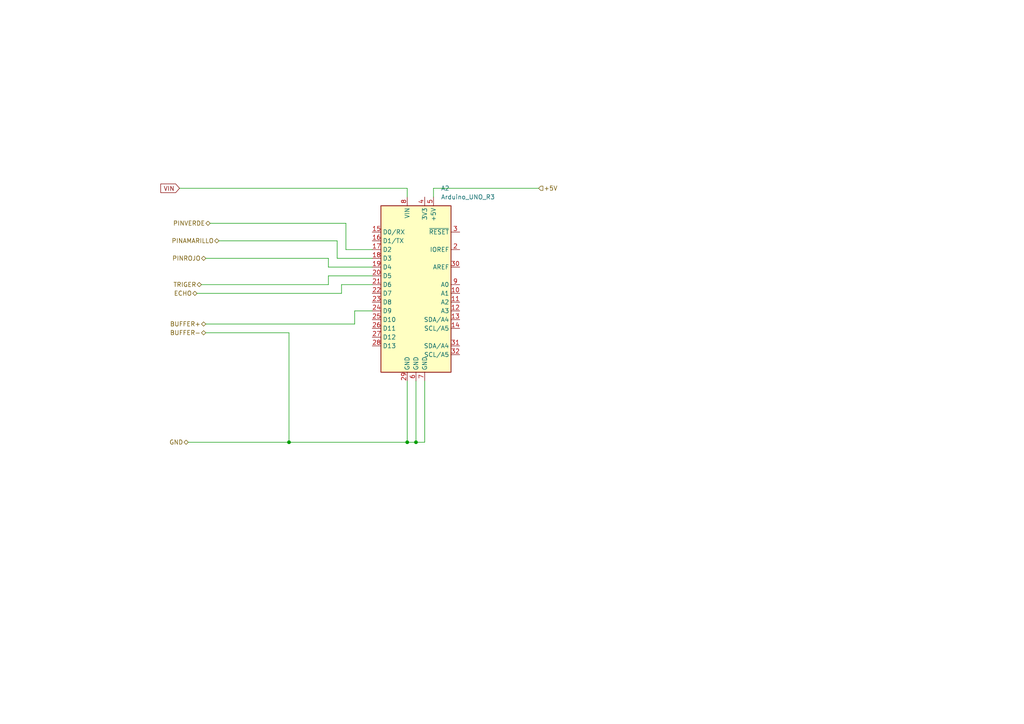
<source format=kicad_sch>
(kicad_sch
	(version 20250114)
	(generator "eeschema")
	(generator_version "9.0")
	(uuid "82ee8b4f-40d8-4d72-9b6b-631ebadad176")
	(paper "A4")
	(lib_symbols
		(symbol "MCU_Module:Arduino_UNO_R3"
			(exclude_from_sim no)
			(in_bom yes)
			(on_board yes)
			(property "Reference" "A"
				(at -10.16 23.495 0)
				(effects
					(font
						(size 1.27 1.27)
					)
					(justify left bottom)
				)
			)
			(property "Value" "Arduino_UNO_R3"
				(at 5.08 -26.67 0)
				(effects
					(font
						(size 1.27 1.27)
					)
					(justify left top)
				)
			)
			(property "Footprint" "Module:Arduino_UNO_R3"
				(at 0 0 0)
				(effects
					(font
						(size 1.27 1.27)
						(italic yes)
					)
					(hide yes)
				)
			)
			(property "Datasheet" "https://www.arduino.cc/en/Main/arduinoBoardUno"
				(at 0 0 0)
				(effects
					(font
						(size 1.27 1.27)
					)
					(hide yes)
				)
			)
			(property "Description" "Arduino UNO Microcontroller Module, release 3"
				(at 0 0 0)
				(effects
					(font
						(size 1.27 1.27)
					)
					(hide yes)
				)
			)
			(property "ki_keywords" "Arduino UNO R3 Microcontroller Module Atmel AVR USB"
				(at 0 0 0)
				(effects
					(font
						(size 1.27 1.27)
					)
					(hide yes)
				)
			)
			(property "ki_fp_filters" "Arduino*UNO*R3*"
				(at 0 0 0)
				(effects
					(font
						(size 1.27 1.27)
					)
					(hide yes)
				)
			)
			(symbol "Arduino_UNO_R3_0_1"
				(rectangle
					(start -10.16 22.86)
					(end 10.16 -25.4)
					(stroke
						(width 0.254)
						(type default)
					)
					(fill
						(type background)
					)
				)
			)
			(symbol "Arduino_UNO_R3_1_1"
				(pin bidirectional line
					(at -12.7 15.24 0)
					(length 2.54)
					(name "D0/RX"
						(effects
							(font
								(size 1.27 1.27)
							)
						)
					)
					(number "15"
						(effects
							(font
								(size 1.27 1.27)
							)
						)
					)
				)
				(pin bidirectional line
					(at -12.7 12.7 0)
					(length 2.54)
					(name "D1/TX"
						(effects
							(font
								(size 1.27 1.27)
							)
						)
					)
					(number "16"
						(effects
							(font
								(size 1.27 1.27)
							)
						)
					)
				)
				(pin bidirectional line
					(at -12.7 10.16 0)
					(length 2.54)
					(name "D2"
						(effects
							(font
								(size 1.27 1.27)
							)
						)
					)
					(number "17"
						(effects
							(font
								(size 1.27 1.27)
							)
						)
					)
				)
				(pin bidirectional line
					(at -12.7 7.62 0)
					(length 2.54)
					(name "D3"
						(effects
							(font
								(size 1.27 1.27)
							)
						)
					)
					(number "18"
						(effects
							(font
								(size 1.27 1.27)
							)
						)
					)
				)
				(pin bidirectional line
					(at -12.7 5.08 0)
					(length 2.54)
					(name "D4"
						(effects
							(font
								(size 1.27 1.27)
							)
						)
					)
					(number "19"
						(effects
							(font
								(size 1.27 1.27)
							)
						)
					)
				)
				(pin bidirectional line
					(at -12.7 2.54 0)
					(length 2.54)
					(name "D5"
						(effects
							(font
								(size 1.27 1.27)
							)
						)
					)
					(number "20"
						(effects
							(font
								(size 1.27 1.27)
							)
						)
					)
				)
				(pin bidirectional line
					(at -12.7 0 0)
					(length 2.54)
					(name "D6"
						(effects
							(font
								(size 1.27 1.27)
							)
						)
					)
					(number "21"
						(effects
							(font
								(size 1.27 1.27)
							)
						)
					)
				)
				(pin bidirectional line
					(at -12.7 -2.54 0)
					(length 2.54)
					(name "D7"
						(effects
							(font
								(size 1.27 1.27)
							)
						)
					)
					(number "22"
						(effects
							(font
								(size 1.27 1.27)
							)
						)
					)
				)
				(pin bidirectional line
					(at -12.7 -5.08 0)
					(length 2.54)
					(name "D8"
						(effects
							(font
								(size 1.27 1.27)
							)
						)
					)
					(number "23"
						(effects
							(font
								(size 1.27 1.27)
							)
						)
					)
				)
				(pin bidirectional line
					(at -12.7 -7.62 0)
					(length 2.54)
					(name "D9"
						(effects
							(font
								(size 1.27 1.27)
							)
						)
					)
					(number "24"
						(effects
							(font
								(size 1.27 1.27)
							)
						)
					)
				)
				(pin bidirectional line
					(at -12.7 -10.16 0)
					(length 2.54)
					(name "D10"
						(effects
							(font
								(size 1.27 1.27)
							)
						)
					)
					(number "25"
						(effects
							(font
								(size 1.27 1.27)
							)
						)
					)
				)
				(pin bidirectional line
					(at -12.7 -12.7 0)
					(length 2.54)
					(name "D11"
						(effects
							(font
								(size 1.27 1.27)
							)
						)
					)
					(number "26"
						(effects
							(font
								(size 1.27 1.27)
							)
						)
					)
				)
				(pin bidirectional line
					(at -12.7 -15.24 0)
					(length 2.54)
					(name "D12"
						(effects
							(font
								(size 1.27 1.27)
							)
						)
					)
					(number "27"
						(effects
							(font
								(size 1.27 1.27)
							)
						)
					)
				)
				(pin bidirectional line
					(at -12.7 -17.78 0)
					(length 2.54)
					(name "D13"
						(effects
							(font
								(size 1.27 1.27)
							)
						)
					)
					(number "28"
						(effects
							(font
								(size 1.27 1.27)
							)
						)
					)
				)
				(pin no_connect line
					(at -10.16 -20.32 0)
					(length 2.54)
					(hide yes)
					(name "NC"
						(effects
							(font
								(size 1.27 1.27)
							)
						)
					)
					(number "1"
						(effects
							(font
								(size 1.27 1.27)
							)
						)
					)
				)
				(pin power_in line
					(at -2.54 25.4 270)
					(length 2.54)
					(name "VIN"
						(effects
							(font
								(size 1.27 1.27)
							)
						)
					)
					(number "8"
						(effects
							(font
								(size 1.27 1.27)
							)
						)
					)
				)
				(pin power_in line
					(at -2.54 -27.94 90)
					(length 2.54)
					(name "GND"
						(effects
							(font
								(size 1.27 1.27)
							)
						)
					)
					(number "29"
						(effects
							(font
								(size 1.27 1.27)
							)
						)
					)
				)
				(pin power_in line
					(at 0 -27.94 90)
					(length 2.54)
					(name "GND"
						(effects
							(font
								(size 1.27 1.27)
							)
						)
					)
					(number "6"
						(effects
							(font
								(size 1.27 1.27)
							)
						)
					)
				)
				(pin power_out line
					(at 2.54 25.4 270)
					(length 2.54)
					(name "3V3"
						(effects
							(font
								(size 1.27 1.27)
							)
						)
					)
					(number "4"
						(effects
							(font
								(size 1.27 1.27)
							)
						)
					)
				)
				(pin power_in line
					(at 2.54 -27.94 90)
					(length 2.54)
					(name "GND"
						(effects
							(font
								(size 1.27 1.27)
							)
						)
					)
					(number "7"
						(effects
							(font
								(size 1.27 1.27)
							)
						)
					)
				)
				(pin power_out line
					(at 5.08 25.4 270)
					(length 2.54)
					(name "+5V"
						(effects
							(font
								(size 1.27 1.27)
							)
						)
					)
					(number "5"
						(effects
							(font
								(size 1.27 1.27)
							)
						)
					)
				)
				(pin input line
					(at 12.7 15.24 180)
					(length 2.54)
					(name "~{RESET}"
						(effects
							(font
								(size 1.27 1.27)
							)
						)
					)
					(number "3"
						(effects
							(font
								(size 1.27 1.27)
							)
						)
					)
				)
				(pin output line
					(at 12.7 10.16 180)
					(length 2.54)
					(name "IOREF"
						(effects
							(font
								(size 1.27 1.27)
							)
						)
					)
					(number "2"
						(effects
							(font
								(size 1.27 1.27)
							)
						)
					)
				)
				(pin input line
					(at 12.7 5.08 180)
					(length 2.54)
					(name "AREF"
						(effects
							(font
								(size 1.27 1.27)
							)
						)
					)
					(number "30"
						(effects
							(font
								(size 1.27 1.27)
							)
						)
					)
				)
				(pin bidirectional line
					(at 12.7 0 180)
					(length 2.54)
					(name "A0"
						(effects
							(font
								(size 1.27 1.27)
							)
						)
					)
					(number "9"
						(effects
							(font
								(size 1.27 1.27)
							)
						)
					)
				)
				(pin bidirectional line
					(at 12.7 -2.54 180)
					(length 2.54)
					(name "A1"
						(effects
							(font
								(size 1.27 1.27)
							)
						)
					)
					(number "10"
						(effects
							(font
								(size 1.27 1.27)
							)
						)
					)
				)
				(pin bidirectional line
					(at 12.7 -5.08 180)
					(length 2.54)
					(name "A2"
						(effects
							(font
								(size 1.27 1.27)
							)
						)
					)
					(number "11"
						(effects
							(font
								(size 1.27 1.27)
							)
						)
					)
				)
				(pin bidirectional line
					(at 12.7 -7.62 180)
					(length 2.54)
					(name "A3"
						(effects
							(font
								(size 1.27 1.27)
							)
						)
					)
					(number "12"
						(effects
							(font
								(size 1.27 1.27)
							)
						)
					)
				)
				(pin bidirectional line
					(at 12.7 -10.16 180)
					(length 2.54)
					(name "SDA/A4"
						(effects
							(font
								(size 1.27 1.27)
							)
						)
					)
					(number "13"
						(effects
							(font
								(size 1.27 1.27)
							)
						)
					)
				)
				(pin bidirectional line
					(at 12.7 -12.7 180)
					(length 2.54)
					(name "SCL/A5"
						(effects
							(font
								(size 1.27 1.27)
							)
						)
					)
					(number "14"
						(effects
							(font
								(size 1.27 1.27)
							)
						)
					)
				)
				(pin bidirectional line
					(at 12.7 -17.78 180)
					(length 2.54)
					(name "SDA/A4"
						(effects
							(font
								(size 1.27 1.27)
							)
						)
					)
					(number "31"
						(effects
							(font
								(size 1.27 1.27)
							)
						)
					)
				)
				(pin bidirectional line
					(at 12.7 -20.32 180)
					(length 2.54)
					(name "SCL/A5"
						(effects
							(font
								(size 1.27 1.27)
							)
						)
					)
					(number "32"
						(effects
							(font
								(size 1.27 1.27)
							)
						)
					)
				)
			)
			(embedded_fonts no)
		)
	)
	(junction
		(at 83.82 128.27)
		(diameter 0)
		(color 0 0 0 0)
		(uuid "2b311f6e-8027-4afe-971a-f0ddec6c8edb")
	)
	(junction
		(at 118.11 128.27)
		(diameter 0)
		(color 0 0 0 0)
		(uuid "c31a182c-1b58-46f5-8a98-eed97df8de5b")
	)
	(junction
		(at 120.65 128.27)
		(diameter 0)
		(color 0 0 0 0)
		(uuid "f30532a4-839b-47ad-a14e-bc57ea7ca3f3")
	)
	(wire
		(pts
			(xy 118.11 110.49) (xy 118.11 128.27)
		)
		(stroke
			(width 0)
			(type default)
		)
		(uuid "14e95fdd-b468-4101-b089-4643212a3e50")
	)
	(wire
		(pts
			(xy 59.69 93.98) (xy 102.87 93.98)
		)
		(stroke
			(width 0)
			(type default)
		)
		(uuid "1e359232-e5f3-4484-9a55-c18dff200f13")
	)
	(wire
		(pts
			(xy 83.82 96.52) (xy 83.82 128.27)
		)
		(stroke
			(width 0)
			(type default)
		)
		(uuid "24fd7af7-0f31-4868-aa54-48827033b177")
	)
	(wire
		(pts
			(xy 97.79 74.93) (xy 107.95 74.93)
		)
		(stroke
			(width 0)
			(type default)
		)
		(uuid "49469808-b874-4738-a351-4a06293afee2")
	)
	(wire
		(pts
			(xy 95.25 74.93) (xy 95.25 77.47)
		)
		(stroke
			(width 0)
			(type default)
		)
		(uuid "4c82a02d-0333-4c54-9be2-7a8c69b9d285")
	)
	(wire
		(pts
			(xy 60.96 64.77) (xy 100.33 64.77)
		)
		(stroke
			(width 0)
			(type default)
		)
		(uuid "642ab0a2-1839-42b3-b312-8588961e3c83")
	)
	(wire
		(pts
			(xy 59.69 96.52) (xy 83.82 96.52)
		)
		(stroke
			(width 0)
			(type default)
		)
		(uuid "6a1d584b-ca30-43e1-8e7b-e5563ab84d97")
	)
	(wire
		(pts
			(xy 118.11 128.27) (xy 120.65 128.27)
		)
		(stroke
			(width 0)
			(type default)
		)
		(uuid "6c95d040-4e2d-4d74-8c55-7e0f777dfc06")
	)
	(wire
		(pts
			(xy 59.69 74.93) (xy 95.25 74.93)
		)
		(stroke
			(width 0)
			(type default)
		)
		(uuid "6e3f0bd8-2ade-4784-9c6e-e64385583321")
	)
	(wire
		(pts
			(xy 102.87 90.17) (xy 107.95 90.17)
		)
		(stroke
			(width 0)
			(type default)
		)
		(uuid "7177681a-ef22-4e8c-b6fd-c5f872c78066")
	)
	(wire
		(pts
			(xy 95.25 77.47) (xy 107.95 77.47)
		)
		(stroke
			(width 0)
			(type default)
		)
		(uuid "76385a2e-21a2-4156-8e87-de00f1117580")
	)
	(wire
		(pts
			(xy 123.19 128.27) (xy 123.19 110.49)
		)
		(stroke
			(width 0)
			(type default)
		)
		(uuid "7a9ea7c4-efdf-4497-9001-76f04bc93e43")
	)
	(wire
		(pts
			(xy 83.82 128.27) (xy 118.11 128.27)
		)
		(stroke
			(width 0)
			(type default)
		)
		(uuid "7be2102f-6113-42ec-904b-99a89239877d")
	)
	(wire
		(pts
			(xy 99.06 85.09) (xy 99.06 82.55)
		)
		(stroke
			(width 0)
			(type default)
		)
		(uuid "7c51db8c-91f0-4fb2-b41d-0056d60e1bf5")
	)
	(wire
		(pts
			(xy 54.61 128.27) (xy 83.82 128.27)
		)
		(stroke
			(width 0)
			(type default)
		)
		(uuid "803925bf-ad51-4561-bbbe-c8d895e3b6a5")
	)
	(wire
		(pts
			(xy 97.79 69.85) (xy 97.79 74.93)
		)
		(stroke
			(width 0)
			(type default)
		)
		(uuid "80f8723e-a2f9-46dd-9424-72de1876b994")
	)
	(wire
		(pts
			(xy 63.5 69.85) (xy 97.79 69.85)
		)
		(stroke
			(width 0)
			(type default)
		)
		(uuid "82fdaf9e-d0dd-475b-b9d8-75265158e1e2")
	)
	(wire
		(pts
			(xy 57.15 85.09) (xy 99.06 85.09)
		)
		(stroke
			(width 0)
			(type default)
		)
		(uuid "8440f570-290c-4d68-b137-18babbdf42a9")
	)
	(wire
		(pts
			(xy 118.11 54.61) (xy 118.11 57.15)
		)
		(stroke
			(width 0)
			(type default)
		)
		(uuid "8745b166-615b-43cb-b15b-36a88aac54c8")
	)
	(wire
		(pts
			(xy 58.42 82.55) (xy 95.25 82.55)
		)
		(stroke
			(width 0)
			(type default)
		)
		(uuid "92c0ed9c-f598-458d-af53-0fb44641cdc7")
	)
	(wire
		(pts
			(xy 95.25 80.01) (xy 107.95 80.01)
		)
		(stroke
			(width 0)
			(type default)
		)
		(uuid "9e079429-1d69-4e34-8421-afdf5ed52dc8")
	)
	(wire
		(pts
			(xy 95.25 82.55) (xy 95.25 80.01)
		)
		(stroke
			(width 0)
			(type default)
		)
		(uuid "a05532c5-508d-4d62-8487-1427b8b4163e")
	)
	(wire
		(pts
			(xy 120.65 110.49) (xy 120.65 128.27)
		)
		(stroke
			(width 0)
			(type default)
		)
		(uuid "a14ef03b-42bb-4fcf-b57f-a532e06c04c1")
	)
	(wire
		(pts
			(xy 100.33 64.77) (xy 100.33 72.39)
		)
		(stroke
			(width 0)
			(type default)
		)
		(uuid "aff811c6-8db3-4b63-82a9-1b78b4e05c95")
	)
	(wire
		(pts
			(xy 99.06 82.55) (xy 107.95 82.55)
		)
		(stroke
			(width 0)
			(type default)
		)
		(uuid "b00c9163-f85f-4af6-836e-1e437c14d559")
	)
	(wire
		(pts
			(xy 52.07 54.61) (xy 118.11 54.61)
		)
		(stroke
			(width 0)
			(type default)
		)
		(uuid "d2ac1c70-c754-45e4-a342-6e0aa00d51aa")
	)
	(wire
		(pts
			(xy 120.65 128.27) (xy 123.19 128.27)
		)
		(stroke
			(width 0)
			(type default)
		)
		(uuid "e15a04c5-5644-4322-855c-26ce9248a696")
	)
	(wire
		(pts
			(xy 125.73 57.15) (xy 125.73 54.61)
		)
		(stroke
			(width 0)
			(type default)
		)
		(uuid "e33e1465-e626-48db-ac6e-1dfac909de38")
	)
	(wire
		(pts
			(xy 102.87 93.98) (xy 102.87 90.17)
		)
		(stroke
			(width 0)
			(type default)
		)
		(uuid "eafa92b9-acd4-403f-aae2-c2f12a8f84a0")
	)
	(wire
		(pts
			(xy 125.73 54.61) (xy 156.21 54.61)
		)
		(stroke
			(width 0)
			(type default)
		)
		(uuid "fbd4c329-4472-4f27-9e97-8bae3abeb810")
	)
	(wire
		(pts
			(xy 100.33 72.39) (xy 107.95 72.39)
		)
		(stroke
			(width 0)
			(type default)
		)
		(uuid "fde6b487-af6c-483e-bc81-068ac854f498")
	)
	(global_label "VIN"
		(shape input)
		(at 52.07 54.61 180)
		(fields_autoplaced yes)
		(effects
			(font
				(size 1.27 1.27)
			)
			(justify right)
		)
		(uuid "2e564719-dbe6-4feb-9979-b7e78ed6d731")
		(property "Intersheetrefs" "${INTERSHEET_REFS}"
			(at 46.0609 54.61 0)
			(effects
				(font
					(size 1.27 1.27)
				)
				(justify right)
				(hide yes)
			)
		)
	)
	(hierarchical_label "ECHO"
		(shape bidirectional)
		(at 57.15 85.09 180)
		(effects
			(font
				(size 1.27 1.27)
			)
			(justify right)
		)
		(uuid "1e4c8f96-12bc-46ce-bb18-ff373365aa4c")
	)
	(hierarchical_label "GND"
		(shape bidirectional)
		(at 54.61 128.27 180)
		(effects
			(font
				(size 1.27 1.27)
			)
			(justify right)
		)
		(uuid "353a37df-2217-4cda-85dc-0bfa46924b6b")
	)
	(hierarchical_label "TRIGER"
		(shape bidirectional)
		(at 58.42 82.55 180)
		(effects
			(font
				(size 1.27 1.27)
			)
			(justify right)
		)
		(uuid "3dc46ec9-a7fd-423e-8a6a-be3c405e9b37")
	)
	(hierarchical_label "BUFFER+"
		(shape bidirectional)
		(at 59.69 93.98 180)
		(effects
			(font
				(size 1.27 1.27)
			)
			(justify right)
		)
		(uuid "48768f04-156b-4484-aaec-fd05a3ec4f67")
	)
	(hierarchical_label "PINVERDE"
		(shape bidirectional)
		(at 60.96 64.77 180)
		(effects
			(font
				(size 1.27 1.27)
			)
			(justify right)
		)
		(uuid "4febb503-61c6-4651-9d51-24713d4f2e87")
	)
	(hierarchical_label "PINROJO"
		(shape bidirectional)
		(at 59.69 74.93 180)
		(effects
			(font
				(size 1.27 1.27)
			)
			(justify right)
		)
		(uuid "717996ba-b71b-4fcb-803e-a7b419c39325")
	)
	(hierarchical_label "+5V"
		(shape input)
		(at 156.21 54.61 0)
		(effects
			(font
				(size 1.27 1.27)
			)
			(justify left)
		)
		(uuid "894b81e5-2304-4271-b68f-fba2eac1cf16")
	)
	(hierarchical_label "BUFFER-"
		(shape bidirectional)
		(at 59.69 96.52 180)
		(effects
			(font
				(size 1.27 1.27)
			)
			(justify right)
		)
		(uuid "b0071580-7cd0-402d-87a9-9562ae6a50c7")
	)
	(hierarchical_label "PINAMARILLO"
		(shape bidirectional)
		(at 63.5 69.85 180)
		(effects
			(font
				(size 1.27 1.27)
			)
			(justify right)
		)
		(uuid "d11d3261-773d-43c6-8c32-b601c7024b17")
	)
	(symbol
		(lib_id "MCU_Module:Arduino_UNO_R3")
		(at 120.65 82.55 0)
		(unit 1)
		(exclude_from_sim no)
		(in_bom yes)
		(on_board yes)
		(dnp no)
		(fields_autoplaced yes)
		(uuid "e8e07d18-7e04-47ec-bf17-fa0bff87478f")
		(property "Reference" "A2"
			(at 127.8733 54.61 0)
			(effects
				(font
					(size 1.27 1.27)
				)
				(justify left)
			)
		)
		(property "Value" "Arduino_UNO_R3"
			(at 127.8733 57.15 0)
			(effects
				(font
					(size 1.27 1.27)
				)
				(justify left)
			)
		)
		(property "Footprint" "Module:Arduino_UNO_R3"
			(at 120.65 82.55 0)
			(effects
				(font
					(size 1.27 1.27)
					(italic yes)
				)
				(hide yes)
			)
		)
		(property "Datasheet" "https://www.arduino.cc/en/Main/arduinoBoardUno"
			(at 120.65 82.55 0)
			(effects
				(font
					(size 1.27 1.27)
				)
				(hide yes)
			)
		)
		(property "Description" "Arduino UNO Microcontroller Module, release 3"
			(at 120.65 82.55 0)
			(effects
				(font
					(size 1.27 1.27)
				)
				(hide yes)
			)
		)
		(pin "15"
			(uuid "973c72f2-8119-4f41-9f11-dbab5560756e")
		)
		(pin "7"
			(uuid "92b5bda4-d2b8-4bb0-9ead-1b96173fcd06")
		)
		(pin "3"
			(uuid "71a34134-85c5-46b9-a193-b7473a9d962f")
		)
		(pin "2"
			(uuid "65f4baf6-a619-4d5e-b016-4c84dd3738d6")
		)
		(pin "16"
			(uuid "bc0e5a36-706a-4c8a-8ad6-9a6d4d1bb178")
		)
		(pin "21"
			(uuid "03bdc00a-32e5-4e2b-9b87-5b9625365734")
		)
		(pin "18"
			(uuid "dccc1f6e-f46d-4e29-a653-442e3215926a")
		)
		(pin "22"
			(uuid "03713e42-a962-44e2-b7b1-8dbdcd9bd67b")
		)
		(pin "24"
			(uuid "e4464443-5dd8-4cd3-9107-609a08849b37")
		)
		(pin "25"
			(uuid "1d77a492-9dd4-4d54-b936-391c5ec9b0f8")
		)
		(pin "27"
			(uuid "bbbf6fed-9d6c-46ac-87bf-30c7e00fbc0c")
		)
		(pin "1"
			(uuid "b9cd7e09-a5b9-4213-b5c4-591e90011957")
		)
		(pin "17"
			(uuid "10ce2646-d152-4f43-ac4d-a031de166279")
		)
		(pin "20"
			(uuid "4627f0cd-b845-4072-aeb1-f4974bd7ae12")
		)
		(pin "8"
			(uuid "a9462914-3b8c-4369-86f5-dd9e1c542036")
		)
		(pin "19"
			(uuid "f968a3be-b929-4c71-a147-bf52e66d45a1")
		)
		(pin "28"
			(uuid "eb7c168e-9513-4873-84c0-fe771a57646a")
		)
		(pin "29"
			(uuid "b8ad55b0-00d0-452b-b65b-22b2458a055c")
		)
		(pin "6"
			(uuid "20d99e20-05d0-4576-b1c0-9b66052743f3")
		)
		(pin "26"
			(uuid "dc8a0aff-e28a-4180-b396-48321762923b")
		)
		(pin "4"
			(uuid "53e3a1d0-999e-418d-a405-480fa1c7d1e6")
		)
		(pin "23"
			(uuid "23276f07-b92f-4fb4-b5cd-823f1b92eb8e")
		)
		(pin "5"
			(uuid "3d272fa3-97b6-4100-a502-e6545ef76b81")
		)
		(pin "30"
			(uuid "d2494616-586a-4e31-9192-51cdf4bce382")
		)
		(pin "9"
			(uuid "70d81362-8291-44ad-acdb-aaef0b9621af")
		)
		(pin "10"
			(uuid "be57f2f5-6e67-497e-b527-dbcdc3c1eb92")
		)
		(pin "11"
			(uuid "e9d7dbe3-ad32-4272-941d-c38f10fe38fb")
		)
		(pin "12"
			(uuid "27636d13-7f9c-422b-9d67-e3ac107cc81e")
		)
		(pin "13"
			(uuid "c9f42b45-136e-4c2c-80cb-ef6493155cfe")
		)
		(pin "14"
			(uuid "a5c5a4ca-1dcd-488c-9821-4250d080a1ae")
		)
		(pin "31"
			(uuid "a82ebf62-ad8b-49b0-963e-67838d7c36e9")
		)
		(pin "32"
			(uuid "f8e1e112-0068-4acf-9761-230564e6ffbd")
		)
		(instances
			(project ""
				(path "/5cd23497-8551-462a-9df8-e1c0724629c2/8c6f3df0-8229-4dbe-8ac6-bf5c1d58fe76"
					(reference "A2")
					(unit 1)
				)
			)
		)
	)
)

</source>
